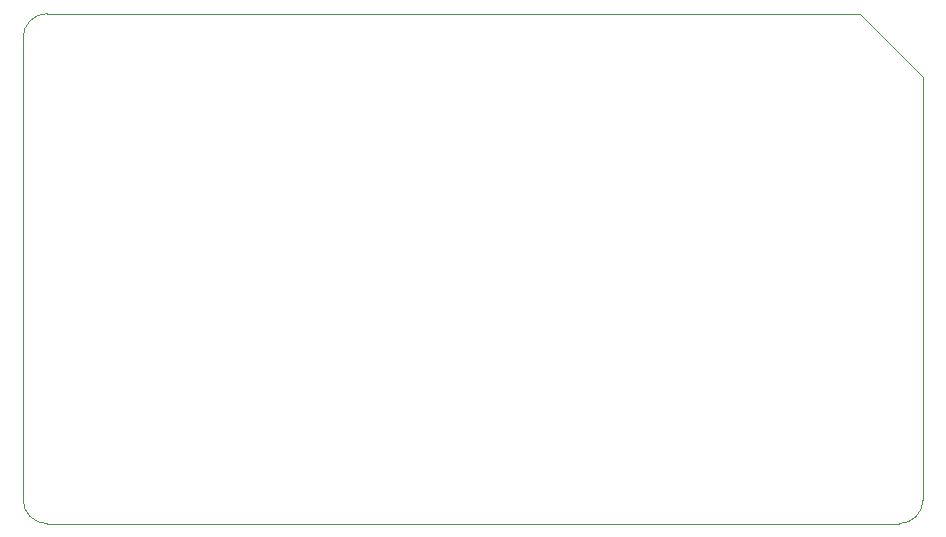
<source format=gbr>
%TF.GenerationSoftware,KiCad,Pcbnew,(5.1.12-1-10_14)*%
%TF.CreationDate,2022-01-05T16:58:03+01:00*%
%TF.ProjectId,kids serial,6b696473-2073-4657-9269-616c2e6b6963,rev?*%
%TF.SameCoordinates,Original*%
%TF.FileFunction,Profile,NP*%
%FSLAX46Y46*%
G04 Gerber Fmt 4.6, Leading zero omitted, Abs format (unit mm)*
G04 Created by KiCad (PCBNEW (5.1.12-1-10_14)) date 2022-01-05 16:58:03*
%MOMM*%
%LPD*%
G01*
G04 APERTURE LIST*
%TA.AperFunction,Profile*%
%ADD10C,0.050000*%
%TD*%
%TA.AperFunction,Profile*%
%ADD11C,0.100000*%
%TD*%
G04 APERTURE END LIST*
D10*
X176784000Y-80137000D02*
X171450000Y-74803000D01*
X176784000Y-115951000D02*
G75*
G02*
X174752000Y-117983000I-2032000J0D01*
G01*
X102616000Y-117983000D02*
G75*
G02*
X100584000Y-115951000I0J2032000D01*
G01*
D11*
X100584000Y-115951000D02*
X100584000Y-76835000D01*
D10*
X100584000Y-76835000D02*
G75*
G02*
X102616000Y-74803000I2032000J0D01*
G01*
D11*
X174752000Y-117983000D02*
X102616000Y-117983000D01*
X176784000Y-80137000D02*
X176784000Y-115951000D01*
X102616000Y-74803000D02*
X171450000Y-74803000D01*
M02*

</source>
